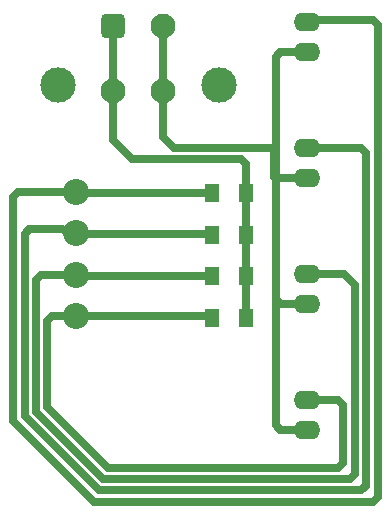
<source format=gbr>
%FSTAX23Y23*%
%MOIN*%
%SFA1B1*%

%IPPOS*%
%AMD13*
4,1,8,-0.020700,-0.041300,0.020700,-0.041300,0.041300,-0.020700,0.041300,0.020700,0.020700,0.041300,-0.020700,0.041300,-0.041300,0.020700,-0.041300,-0.020700,-0.020700,-0.041300,0.0*
1,1,0.041339,-0.020700,-0.020700*
1,1,0.041339,0.020700,-0.020700*
1,1,0.041339,0.020700,0.020700*
1,1,0.041339,-0.020700,0.020700*
%
%ADD10O,0.088582X0.062992*%
%ADD11C,0.118110*%
%ADD12C,0.082677*%
G04~CAMADD=13~8~0.0~0.0~826.8~826.8~206.7~0.0~15~0.0~0.0~0.0~0.0~0~0.0~0.0~0.0~0.0~0~0.0~0.0~0.0~180.0~826.0~826.0*
%ADD13D13*%
%ADD14C,0.086614*%
%ADD15R,0.049212X0.064960*%
%ADD16C,0.027559*%
%LNlimitswitch_pcb_copper_signal_bot-1*%
%LPD*%
G54D10*
X0218Y03795D03*
Y03695D03*
Y04215D03*
Y04115D03*
Y04635D03*
Y04535D03*
Y03275D03*
Y03375D03*
G54D11*
X01349Y04423D03*
X01885D03*
G54D12*
X01534Y04405D03*
X017Y04621D03*
Y04405D03*
G54D13*
X01534Y04621D03*
G54D14*
X0141Y03653D03*
Y03791D03*
Y04067D03*
Y03929D03*
G54D15*
X01975Y04062D03*
X01864D03*
X01975Y03924D03*
X01864D03*
X01975Y03648D03*
X01864D03*
X01975Y03786D03*
X01864D03*
G54D16*
X02075Y04115D02*
Y04215D01*
X02071Y04118D02*
X02075Y04115D01*
X02071Y04118D02*
Y04215D01*
X01735D02*
X02071D01*
X02075D02*
Y04518D01*
X02091Y04535D02*
X0218D01*
X02075Y04518D02*
X02091Y04535D01*
X02361Y04215D02*
X02377Y04198D01*
X0218Y04215D02*
X02361D01*
X02377Y03088D02*
Y04198D01*
X0218Y03375D02*
X02283D01*
X023Y03163D02*
Y03358D01*
X02283Y03147D02*
X023Y03163D01*
X01516Y03147D02*
X02283D01*
Y03375D02*
X023Y03358D01*
X02398Y03035D02*
X02415Y03051D01*
X02303Y03795D02*
X02339Y03758D01*
X02398Y0464D02*
X02415Y04623D01*
Y03051D02*
Y04623D01*
X02323Y0311D02*
X02339Y03126D01*
X02361Y03072D02*
X02377Y03088D01*
X02339Y03126D02*
Y03758D01*
X01276Y03334D02*
Y03774D01*
X01501Y0311D02*
X02323D01*
X01313Y0335D02*
X01516Y03147D01*
X01276Y03334D02*
X01501Y0311D01*
X0147Y03035D02*
X02398D01*
X01238Y03319D02*
X01485Y03072D01*
X01313Y0335D02*
Y03636D01*
X01238Y03319D02*
Y03928D01*
X01485Y03072D02*
X02361D01*
X01201Y03303D02*
Y0405D01*
Y03303D02*
X0147Y03035D01*
X01975Y04062D02*
Y04161D01*
X01534Y0424D02*
X01597Y04177D01*
X017Y0425D02*
X01735Y04215D01*
X01958Y04177D02*
X01975Y04161D01*
X01597Y04177D02*
X01958D01*
X01534Y0424D02*
Y04405D01*
X02075Y03291D02*
X02091Y03275D01*
X0218*
X02075Y03291D02*
Y03711D01*
Y04115D02*
X0218D01*
X02075Y03711D02*
X02091Y03695D01*
X02075Y03711D02*
Y04115D01*
X02091Y03695D02*
X0218D01*
X017Y0425D02*
Y04405D01*
Y04621*
X01534Y04405D02*
Y04621D01*
X02185Y0464D02*
X02398D01*
X0218Y03795D02*
X02303D01*
X0218Y04635D02*
X02185Y0464D01*
X01292Y03791D02*
X0141D01*
X01276Y03774D02*
X01292Y03791D01*
X01329Y03653D02*
X0141D01*
X01313Y03636D02*
X01329Y03653D01*
X01201Y0405D02*
X01217Y04067D01*
X01238Y03928D02*
X01254Y03945D01*
X0141Y03653D02*
X01853D01*
X01217Y04067D02*
X0141D01*
X01254Y03945D02*
X01364D01*
X0141Y04067D02*
X01412Y04064D01*
X01862D02*
X01864Y04062D01*
X01412Y04064D02*
X01862D01*
X0141Y03929D02*
X01412Y03926D01*
X01862D02*
X01864Y03924D01*
X01412Y03926D02*
X01862D01*
X0141Y03791D02*
X01412Y03788D01*
X01862D02*
X01864Y03786D01*
X01412Y03788D02*
X01862D01*
X01853Y03653D02*
X01858Y03657D01*
X01364Y03945D02*
X01369Y0394D01*
X01398D02*
X0141Y03929D01*
X01369Y0394D02*
X01398D01*
X01975Y03924D02*
Y04062D01*
Y03786D02*
Y03924D01*
Y03648D02*
Y03786D01*
M02*
</source>
